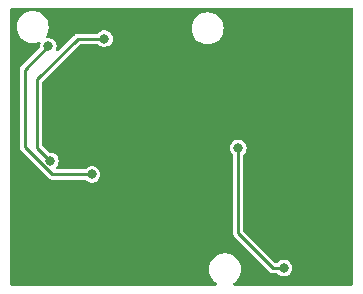
<source format=gbl>
G04 #@! TF.GenerationSoftware,KiCad,Pcbnew,7.0.5*
G04 #@! TF.CreationDate,2023-08-01T00:38:23-05:00*
G04 #@! TF.ProjectId,psxpress-pms,70737870-7265-4737-932d-706d732e6b69,rev?*
G04 #@! TF.SameCoordinates,Original*
G04 #@! TF.FileFunction,Copper,L2,Bot*
G04 #@! TF.FilePolarity,Positive*
%FSLAX46Y46*%
G04 Gerber Fmt 4.6, Leading zero omitted, Abs format (unit mm)*
G04 Created by KiCad (PCBNEW 7.0.5) date 2023-08-01 00:38:23*
%MOMM*%
%LPD*%
G01*
G04 APERTURE LIST*
G04 #@! TA.AperFunction,ViaPad*
%ADD10C,0.800000*%
G04 #@! TD*
G04 #@! TA.AperFunction,Conductor*
%ADD11C,0.250000*%
G04 #@! TD*
G04 APERTURE END LIST*
D10*
X182450000Y-70225000D03*
X159325000Y-75525000D03*
X178566252Y-72595652D03*
X182450000Y-65250000D03*
X163771252Y-68823748D03*
X173825000Y-72250000D03*
X172275000Y-59150000D03*
X173050000Y-62675000D03*
X173950000Y-62675000D03*
X158425000Y-79850000D03*
X162771252Y-66873748D03*
X164775000Y-57550000D03*
X163500000Y-76425000D03*
X183350000Y-66150000D03*
X176150000Y-76250000D03*
X176400000Y-57900000D03*
X164721252Y-68823748D03*
X171375000Y-59150000D03*
X162771252Y-67848748D03*
X173950000Y-61775000D03*
X183350000Y-71125000D03*
X183350000Y-68625000D03*
X158125000Y-63625000D03*
X182450000Y-67725000D03*
X173050000Y-61775000D03*
X183350000Y-65250000D03*
X172275000Y-60050000D03*
X163525000Y-79850000D03*
X163771252Y-66898748D03*
X171475000Y-77100000D03*
X163300000Y-58700000D03*
X164775000Y-58675000D03*
X176375000Y-59650000D03*
X186150000Y-73050000D03*
X170575000Y-77100000D03*
X163500000Y-75525000D03*
X186150000Y-76575000D03*
X168400000Y-72825000D03*
X162771252Y-68823748D03*
X168400000Y-73725000D03*
X167500000Y-72825000D03*
X166325000Y-66150000D03*
X161850000Y-57525000D03*
X167500000Y-73725000D03*
X178000000Y-78975000D03*
X158525000Y-60325000D03*
X164600000Y-72675000D03*
X172925000Y-72250000D03*
X182450000Y-68625000D03*
X164425000Y-79850000D03*
X183350000Y-67725000D03*
X176150000Y-77150000D03*
X171475000Y-76200000D03*
X171375000Y-60050000D03*
X178000000Y-79875000D03*
X164721252Y-66873748D03*
X183350000Y-70225000D03*
X171375000Y-59150000D03*
X159325000Y-76425000D03*
X163771252Y-67848748D03*
X186150000Y-75675000D03*
X182450000Y-71125000D03*
X173825000Y-71350000D03*
X164400000Y-75525000D03*
X182450000Y-66150000D03*
X164721252Y-67848748D03*
X159325000Y-79850000D03*
X186150000Y-73950000D03*
X161850000Y-58650000D03*
X164400000Y-76425000D03*
X163300000Y-57525000D03*
X170575000Y-76200000D03*
X175250000Y-76250000D03*
X158425000Y-76425000D03*
X173050000Y-61775000D03*
X172925000Y-71350000D03*
X158425000Y-75525000D03*
X175250000Y-77150000D03*
X161125000Y-69925000D03*
X165700000Y-59575000D03*
X164646252Y-71073748D03*
X160950000Y-60225000D03*
X177025000Y-68850000D03*
X180900000Y-79000000D03*
D11*
X161125000Y-69925000D02*
X160025000Y-68825000D01*
X163450000Y-59575000D02*
X165700000Y-59575000D01*
X160025000Y-68825000D02*
X160025000Y-63000000D01*
X160025000Y-63000000D02*
X163450000Y-59575000D01*
X160950000Y-60225000D02*
X158946252Y-62228748D01*
X161271252Y-71073748D02*
X164646252Y-71073748D01*
X158946252Y-68748748D02*
X161271252Y-71073748D01*
X158946252Y-62228748D02*
X158946252Y-68748748D01*
X177025000Y-76057496D02*
X179967504Y-79000000D01*
X179967504Y-79000000D02*
X180900000Y-79000000D01*
X177025000Y-68850000D02*
X177025000Y-76057496D01*
G04 #@! TA.AperFunction,Conductor*
G36*
X186709191Y-56993933D02*
G01*
X186754946Y-57046737D01*
X186766152Y-57098248D01*
X186766152Y-80349248D01*
X186746467Y-80416287D01*
X186693663Y-80462042D01*
X186642152Y-80473248D01*
X176706065Y-80473248D01*
X176639026Y-80453563D01*
X176593271Y-80400759D01*
X176583327Y-80331601D01*
X176612352Y-80268045D01*
X176634942Y-80247673D01*
X176792654Y-80137242D01*
X176792654Y-80137241D01*
X176959747Y-79970149D01*
X177095287Y-79776578D01*
X177195155Y-79562411D01*
X177256315Y-79334156D01*
X177276911Y-79098748D01*
X177256315Y-78863340D01*
X177195155Y-78635085D01*
X177095287Y-78420919D01*
X177095286Y-78420917D01*
X176959746Y-78227345D01*
X176792654Y-78060253D01*
X176599082Y-77924713D01*
X176599080Y-77924712D01*
X176491998Y-77874779D01*
X176384915Y-77824845D01*
X176384911Y-77824844D01*
X176384907Y-77824842D01*
X176156665Y-77763686D01*
X176156655Y-77763684D01*
X175980219Y-77748248D01*
X175980218Y-77748248D01*
X175862286Y-77748248D01*
X175862285Y-77748248D01*
X175685848Y-77763684D01*
X175685838Y-77763686D01*
X175457596Y-77824842D01*
X175457587Y-77824846D01*
X175243423Y-77924712D01*
X175243421Y-77924713D01*
X175049849Y-78060253D01*
X174882758Y-78227345D01*
X174882753Y-78227352D01*
X174747219Y-78420913D01*
X174747217Y-78420917D01*
X174647350Y-78635083D01*
X174647346Y-78635092D01*
X174586190Y-78863334D01*
X174586188Y-78863344D01*
X174565593Y-79098747D01*
X174565593Y-79098748D01*
X174586188Y-79334151D01*
X174586190Y-79334161D01*
X174647346Y-79562403D01*
X174647348Y-79562407D01*
X174647349Y-79562411D01*
X174692757Y-79659789D01*
X174747216Y-79776576D01*
X174747217Y-79776578D01*
X174882757Y-79970150D01*
X175049848Y-80137241D01*
X175207562Y-80247673D01*
X175251187Y-80302250D01*
X175258381Y-80371748D01*
X175226858Y-80434103D01*
X175166629Y-80469517D01*
X175136439Y-80473248D01*
X157840752Y-80473248D01*
X157773713Y-80453563D01*
X157727958Y-80400759D01*
X157716752Y-80349248D01*
X157716752Y-58575000D01*
X158269341Y-58575000D01*
X158289936Y-58810403D01*
X158289938Y-58810413D01*
X158351094Y-59038655D01*
X158351096Y-59038659D01*
X158351097Y-59038663D01*
X158383304Y-59107730D01*
X158450964Y-59252828D01*
X158450965Y-59252830D01*
X158586505Y-59446402D01*
X158753597Y-59613494D01*
X158947169Y-59749034D01*
X158947171Y-59749035D01*
X159161337Y-59848903D01*
X159389592Y-59910063D01*
X159566032Y-59925499D01*
X159566033Y-59925500D01*
X159566034Y-59925500D01*
X159683967Y-59925500D01*
X159683967Y-59925499D01*
X159860408Y-59910063D01*
X160088663Y-59848903D01*
X160121637Y-59833526D01*
X160190713Y-59823034D01*
X160254497Y-59851552D01*
X160292738Y-59910028D01*
X160293293Y-59979896D01*
X160289985Y-59989878D01*
X160264859Y-60056129D01*
X160264859Y-60056130D01*
X160244355Y-60225000D01*
X160244355Y-60225003D01*
X160248326Y-60257715D01*
X160236864Y-60326638D01*
X160212911Y-60360339D01*
X158675591Y-61897660D01*
X158597724Y-61975526D01*
X158586762Y-61997041D01*
X158576598Y-62013626D01*
X158562404Y-62033162D01*
X158562403Y-62033165D01*
X158554940Y-62056133D01*
X158547495Y-62074106D01*
X158536532Y-62095621D01*
X158532755Y-62119470D01*
X158528214Y-62138387D01*
X158520752Y-62161352D01*
X158520752Y-68816142D01*
X158528214Y-68839106D01*
X158532755Y-68858021D01*
X158535722Y-68876758D01*
X158536533Y-68881875D01*
X158547495Y-68903389D01*
X158554940Y-68921363D01*
X158562402Y-68944328D01*
X158576592Y-68963858D01*
X158586760Y-68980451D01*
X158597722Y-69001966D01*
X158621698Y-69025942D01*
X160905282Y-71309525D01*
X160905283Y-71309527D01*
X160922724Y-71326968D01*
X161018032Y-71422276D01*
X161039546Y-71433238D01*
X161056136Y-71443404D01*
X161075672Y-71457598D01*
X161098635Y-71465059D01*
X161116611Y-71472504D01*
X161138126Y-71483467D01*
X161161980Y-71487244D01*
X161180891Y-71491784D01*
X161203859Y-71499248D01*
X161237764Y-71499248D01*
X164024672Y-71499248D01*
X164091711Y-71518933D01*
X164112452Y-71536705D01*
X164112455Y-71536703D01*
X164112624Y-71536853D01*
X164117485Y-71541018D01*
X164118066Y-71541674D01*
X164245402Y-71654484D01*
X164396025Y-71733537D01*
X164396027Y-71733538D01*
X164561196Y-71774248D01*
X164731308Y-71774248D01*
X164896477Y-71733538D01*
X164975944Y-71691829D01*
X165047101Y-71654484D01*
X165047102Y-71654482D01*
X165047104Y-71654482D01*
X165174435Y-71541677D01*
X165271070Y-71401678D01*
X165331392Y-71242620D01*
X165351897Y-71073748D01*
X165331392Y-70904876D01*
X165271070Y-70745818D01*
X165174435Y-70605819D01*
X165047104Y-70493014D01*
X165047101Y-70493011D01*
X164896478Y-70413958D01*
X164731308Y-70373248D01*
X164561196Y-70373248D01*
X164396025Y-70413958D01*
X164245402Y-70493011D01*
X164118066Y-70605821D01*
X164117485Y-70606478D01*
X164116939Y-70606820D01*
X164112455Y-70610793D01*
X164111794Y-70610047D01*
X164058294Y-70643603D01*
X164024672Y-70648248D01*
X161691948Y-70648248D01*
X161624909Y-70628563D01*
X161579154Y-70575759D01*
X161569210Y-70506601D01*
X161598235Y-70443045D01*
X161609714Y-70431438D01*
X161653183Y-70392929D01*
X161749818Y-70252930D01*
X161810140Y-70093872D01*
X161830645Y-69925000D01*
X161810140Y-69756128D01*
X161749818Y-69597070D01*
X161653183Y-69457071D01*
X161525852Y-69344266D01*
X161525849Y-69344263D01*
X161375226Y-69265210D01*
X161210056Y-69224500D01*
X161077610Y-69224500D01*
X161010571Y-69204815D01*
X160989929Y-69188181D01*
X160651749Y-68850000D01*
X176319355Y-68850000D01*
X176339859Y-69018869D01*
X176339860Y-69018874D01*
X176400182Y-69177931D01*
X176496817Y-69317930D01*
X176557726Y-69371889D01*
X176594853Y-69431078D01*
X176599500Y-69464705D01*
X176599500Y-76124890D01*
X176606962Y-76147854D01*
X176611503Y-76166769D01*
X176614470Y-76185506D01*
X176615281Y-76190623D01*
X176626243Y-76212137D01*
X176633688Y-76230111D01*
X176641150Y-76253076D01*
X176655340Y-76272606D01*
X176665508Y-76289199D01*
X176676470Y-76310714D01*
X176676471Y-76310715D01*
X176676472Y-76310716D01*
X176700446Y-76334690D01*
X179618974Y-79253218D01*
X179618976Y-79253220D01*
X179714284Y-79348528D01*
X179735805Y-79359493D01*
X179752384Y-79369653D01*
X179771923Y-79383849D01*
X179794885Y-79391309D01*
X179812858Y-79398753D01*
X179834378Y-79409719D01*
X179858228Y-79413495D01*
X179877149Y-79418039D01*
X179898993Y-79425136D01*
X179900111Y-79425500D01*
X179934016Y-79425500D01*
X180278420Y-79425500D01*
X180345459Y-79445185D01*
X180366200Y-79462957D01*
X180366203Y-79462955D01*
X180366372Y-79463105D01*
X180371233Y-79467270D01*
X180371814Y-79467926D01*
X180499150Y-79580736D01*
X180649773Y-79659789D01*
X180649775Y-79659790D01*
X180814944Y-79700500D01*
X180985056Y-79700500D01*
X181150225Y-79659790D01*
X181229692Y-79618081D01*
X181300849Y-79580736D01*
X181300850Y-79580734D01*
X181300852Y-79580734D01*
X181428183Y-79467929D01*
X181524818Y-79327930D01*
X181585140Y-79168872D01*
X181605645Y-79000000D01*
X181585140Y-78831128D01*
X181524818Y-78672070D01*
X181428183Y-78532071D01*
X181300852Y-78419266D01*
X181300849Y-78419263D01*
X181150226Y-78340210D01*
X180985056Y-78299500D01*
X180814944Y-78299500D01*
X180649773Y-78340210D01*
X180499150Y-78419263D01*
X180371814Y-78532073D01*
X180371233Y-78532730D01*
X180370687Y-78533072D01*
X180366203Y-78537045D01*
X180365542Y-78536299D01*
X180312042Y-78569855D01*
X180278420Y-78574500D01*
X180195113Y-78574500D01*
X180128074Y-78554815D01*
X180107432Y-78538181D01*
X177486819Y-75917567D01*
X177453334Y-75856244D01*
X177450500Y-75829886D01*
X177450500Y-69464705D01*
X177470185Y-69397666D01*
X177492274Y-69371889D01*
X177553182Y-69317930D01*
X177589573Y-69265210D01*
X177649818Y-69177930D01*
X177710140Y-69018872D01*
X177730645Y-68850000D01*
X177710140Y-68681128D01*
X177649818Y-68522070D01*
X177553183Y-68382071D01*
X177425852Y-68269266D01*
X177425849Y-68269263D01*
X177275226Y-68190210D01*
X177110056Y-68149500D01*
X176939944Y-68149500D01*
X176774773Y-68190210D01*
X176624150Y-68269263D01*
X176496816Y-68382072D01*
X176400182Y-68522068D01*
X176339860Y-68681125D01*
X176339859Y-68681130D01*
X176319355Y-68850000D01*
X160651749Y-68850000D01*
X160486819Y-68685070D01*
X160453334Y-68623747D01*
X160450500Y-68597389D01*
X160450500Y-68149500D01*
X160450500Y-63227606D01*
X160470184Y-63160571D01*
X160486813Y-63139934D01*
X163589929Y-60036818D01*
X163651252Y-60003334D01*
X163677610Y-60000500D01*
X165078420Y-60000500D01*
X165145459Y-60020185D01*
X165166200Y-60037957D01*
X165166203Y-60037955D01*
X165166372Y-60038105D01*
X165171233Y-60042270D01*
X165171814Y-60042926D01*
X165171816Y-60042928D01*
X165171817Y-60042929D01*
X165186716Y-60056128D01*
X165299150Y-60155736D01*
X165449773Y-60234789D01*
X165449775Y-60234790D01*
X165614944Y-60275500D01*
X165785056Y-60275500D01*
X165950225Y-60234790D01*
X166029692Y-60193081D01*
X166100849Y-60155736D01*
X166100850Y-60155734D01*
X166100852Y-60155734D01*
X166228183Y-60042929D01*
X166324818Y-59902930D01*
X166385140Y-59743872D01*
X166405645Y-59575000D01*
X166385140Y-59406128D01*
X166324818Y-59247070D01*
X166310599Y-59226471D01*
X166275929Y-59176243D01*
X166228183Y-59107071D01*
X166100852Y-58994266D01*
X166100849Y-58994263D01*
X165950226Y-58915210D01*
X165785056Y-58874500D01*
X165614944Y-58874500D01*
X165449773Y-58915210D01*
X165299150Y-58994263D01*
X165171814Y-59107073D01*
X165171233Y-59107730D01*
X165170687Y-59108072D01*
X165166203Y-59112045D01*
X165165542Y-59111299D01*
X165112042Y-59144855D01*
X165078420Y-59149500D01*
X163382604Y-59149500D01*
X163359639Y-59156962D01*
X163340722Y-59161503D01*
X163316873Y-59165280D01*
X163295358Y-59176243D01*
X163277386Y-59183688D01*
X163254418Y-59191151D01*
X163254413Y-59191153D01*
X163234881Y-59205344D01*
X163218301Y-59215505D01*
X163196780Y-59226471D01*
X163196778Y-59226473D01*
X163114244Y-59309003D01*
X163114218Y-59309033D01*
X161802738Y-60620512D01*
X161741415Y-60653997D01*
X161671723Y-60649013D01*
X161615790Y-60607141D01*
X161591373Y-60541677D01*
X161599113Y-60488865D01*
X161635140Y-60393872D01*
X161655645Y-60225000D01*
X161635140Y-60056128D01*
X161632530Y-60049247D01*
X161585600Y-59925500D01*
X161574818Y-59897070D01*
X161541570Y-59848903D01*
X161523714Y-59823034D01*
X161478183Y-59757071D01*
X161350852Y-59644266D01*
X161350849Y-59644263D01*
X161200226Y-59565210D01*
X161035056Y-59524500D01*
X160864944Y-59524500D01*
X160864939Y-59524500D01*
X160860985Y-59524980D01*
X160858099Y-59524500D01*
X160857443Y-59524500D01*
X160857443Y-59524390D01*
X160792062Y-59513518D01*
X160740277Y-59466613D01*
X160722072Y-59399156D01*
X160743226Y-59332566D01*
X160744426Y-59330819D01*
X160799035Y-59252830D01*
X160898903Y-59038663D01*
X160960063Y-58810408D01*
X160969832Y-58698748D01*
X173090593Y-58698748D01*
X173111188Y-58934151D01*
X173111190Y-58934161D01*
X173172346Y-59162403D01*
X173172348Y-59162407D01*
X173172349Y-59162411D01*
X173214512Y-59252829D01*
X173272216Y-59376576D01*
X173272217Y-59376578D01*
X173407757Y-59570150D01*
X173574849Y-59737242D01*
X173768421Y-59872782D01*
X173768423Y-59872783D01*
X173982589Y-59972651D01*
X174210844Y-60033811D01*
X174387284Y-60049247D01*
X174387285Y-60049248D01*
X174387286Y-60049248D01*
X174505219Y-60049248D01*
X174505219Y-60049247D01*
X174681660Y-60033811D01*
X174909915Y-59972651D01*
X175124081Y-59872783D01*
X175317653Y-59737243D01*
X175484747Y-59570149D01*
X175620287Y-59376578D01*
X175720155Y-59162411D01*
X175781315Y-58934156D01*
X175801911Y-58698748D01*
X175781315Y-58463340D01*
X175720155Y-58235085D01*
X175620287Y-58020919D01*
X175620286Y-58020917D01*
X175484746Y-57827345D01*
X175317654Y-57660253D01*
X175124082Y-57524713D01*
X175124080Y-57524712D01*
X175016997Y-57474779D01*
X174909915Y-57424845D01*
X174909911Y-57424844D01*
X174909907Y-57424842D01*
X174681665Y-57363686D01*
X174681655Y-57363684D01*
X174505219Y-57348248D01*
X174505218Y-57348248D01*
X174387286Y-57348248D01*
X174387285Y-57348248D01*
X174210848Y-57363684D01*
X174210838Y-57363686D01*
X173982596Y-57424842D01*
X173982587Y-57424846D01*
X173768423Y-57524712D01*
X173768421Y-57524713D01*
X173574849Y-57660253D01*
X173407758Y-57827345D01*
X173407753Y-57827352D01*
X173272219Y-58020913D01*
X173272217Y-58020917D01*
X173172350Y-58235083D01*
X173172346Y-58235092D01*
X173111190Y-58463334D01*
X173111188Y-58463344D01*
X173090593Y-58698747D01*
X173090593Y-58698748D01*
X160969832Y-58698748D01*
X160980659Y-58575000D01*
X160960063Y-58339592D01*
X160898903Y-58111337D01*
X160799035Y-57897171D01*
X160799034Y-57897169D01*
X160663494Y-57703597D01*
X160496402Y-57536505D01*
X160302830Y-57400965D01*
X160302828Y-57400964D01*
X160189778Y-57348248D01*
X160088663Y-57301097D01*
X160088659Y-57301096D01*
X160088655Y-57301094D01*
X159860413Y-57239938D01*
X159860403Y-57239936D01*
X159683967Y-57224500D01*
X159683966Y-57224500D01*
X159566034Y-57224500D01*
X159566033Y-57224500D01*
X159389596Y-57239936D01*
X159389586Y-57239938D01*
X159161344Y-57301094D01*
X159161335Y-57301098D01*
X158947171Y-57400964D01*
X158947169Y-57400965D01*
X158753597Y-57536505D01*
X158586506Y-57703597D01*
X158586501Y-57703604D01*
X158450967Y-57897165D01*
X158450965Y-57897169D01*
X158351098Y-58111335D01*
X158351094Y-58111344D01*
X158289938Y-58339586D01*
X158289936Y-58339596D01*
X158269341Y-58574999D01*
X158269341Y-58575000D01*
X157716752Y-58575000D01*
X157716752Y-57098248D01*
X157736437Y-57031209D01*
X157789241Y-56985454D01*
X157840752Y-56974248D01*
X186642152Y-56974248D01*
X186709191Y-56993933D01*
G37*
G04 #@! TD.AperFunction*
M02*

</source>
